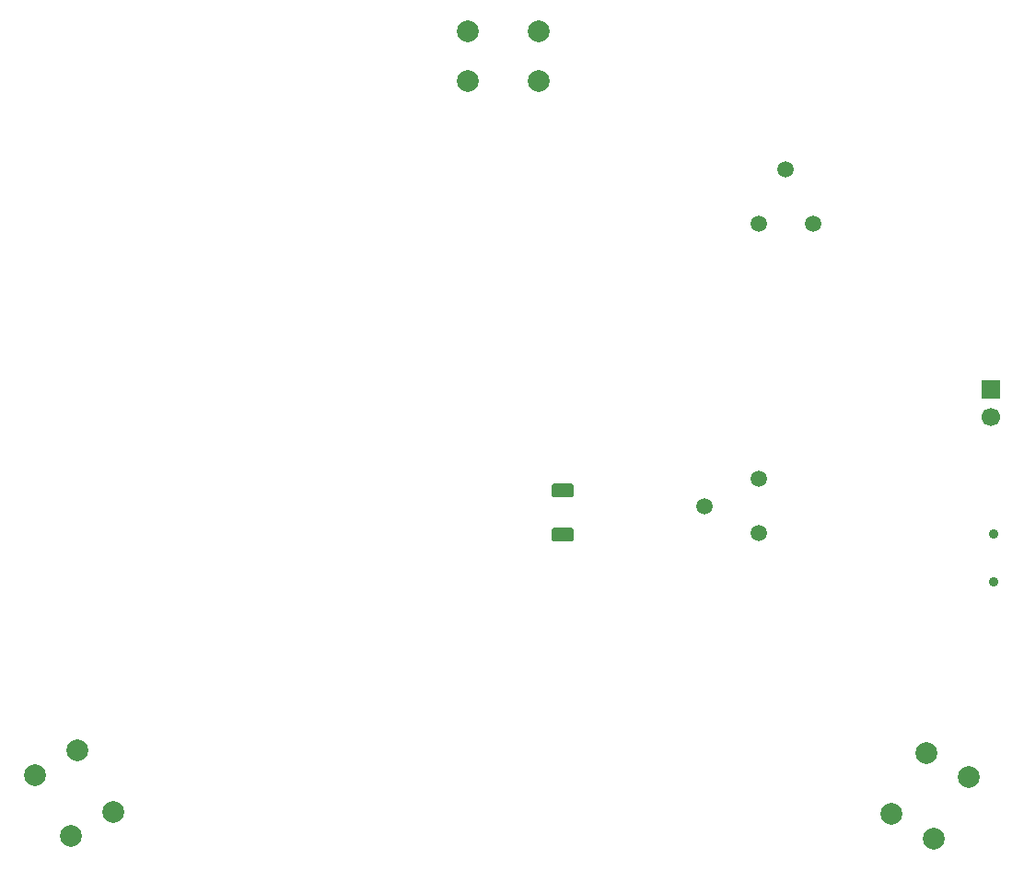
<source format=gbr>
%TF.GenerationSoftware,KiCad,Pcbnew,9.0.0*%
%TF.CreationDate,2025-05-12T19:59:57-03:00*%
%TF.ProjectId,kicad proyecto,6b696361-6420-4707-926f-796563746f2e,rev?*%
%TF.SameCoordinates,Original*%
%TF.FileFunction,Soldermask,Bot*%
%TF.FilePolarity,Negative*%
%FSLAX46Y46*%
G04 Gerber Fmt 4.6, Leading zero omitted, Abs format (unit mm)*
G04 Created by KiCad (PCBNEW 9.0.0) date 2025-05-12 19:59:57*
%MOMM*%
%LPD*%
G01*
G04 APERTURE LIST*
G04 Aperture macros list*
%AMRoundRect*
0 Rectangle with rounded corners*
0 $1 Rounding radius*
0 $2 $3 $4 $5 $6 $7 $8 $9 X,Y pos of 4 corners*
0 Add a 4 corners polygon primitive as box body*
4,1,4,$2,$3,$4,$5,$6,$7,$8,$9,$2,$3,0*
0 Add four circle primitives for the rounded corners*
1,1,$1+$1,$2,$3*
1,1,$1+$1,$4,$5*
1,1,$1+$1,$6,$7*
1,1,$1+$1,$8,$9*
0 Add four rect primitives between the rounded corners*
20,1,$1+$1,$2,$3,$4,$5,0*
20,1,$1+$1,$4,$5,$6,$7,0*
20,1,$1+$1,$6,$7,$8,$9,0*
20,1,$1+$1,$8,$9,$2,$3,0*%
G04 Aperture macros list end*
%ADD10C,2.000000*%
%ADD11C,1.498600*%
%ADD12C,0.900000*%
%ADD13R,1.700000X1.700000*%
%ADD14C,1.700000*%
%ADD15RoundRect,0.190500X-0.809500X-0.444500X0.809500X-0.444500X0.809500X0.444500X-0.809500X0.444500X0*%
G04 APERTURE END LIST*
D10*
%TO.C,SW3*%
X187823557Y-125810418D03*
X184573557Y-131439583D03*
X183926443Y-123560418D03*
X180676443Y-129189583D03*
%TD*%
D11*
%TO.C,50k1*%
X168503600Y-103378000D03*
X163503600Y-100878000D03*
X168503600Y-98378010D03*
%TD*%
%TO.C,10k1*%
X168518200Y-74875400D03*
X171018200Y-69875400D03*
X173518190Y-74875400D03*
%TD*%
D10*
%TO.C,SW2*%
X148250000Y-61750000D03*
X141750000Y-61750000D03*
X148250000Y-57250000D03*
X141750000Y-57250000D03*
%TD*%
D12*
%TO.C,J1*%
X190110000Y-107864000D03*
X190110000Y-103464000D03*
%TD*%
D10*
%TO.C,SW1*%
X105250000Y-131250000D03*
X102000000Y-125620835D03*
X109147114Y-129000000D03*
X105897114Y-123370835D03*
%TD*%
D13*
%TO.C,J2*%
X189839600Y-90119200D03*
D14*
X189839599Y-92659199D03*
%TD*%
D15*
%TO.C,BZ1*%
X150500000Y-103500000D03*
X150500000Y-99500000D03*
%TD*%
M02*

</source>
